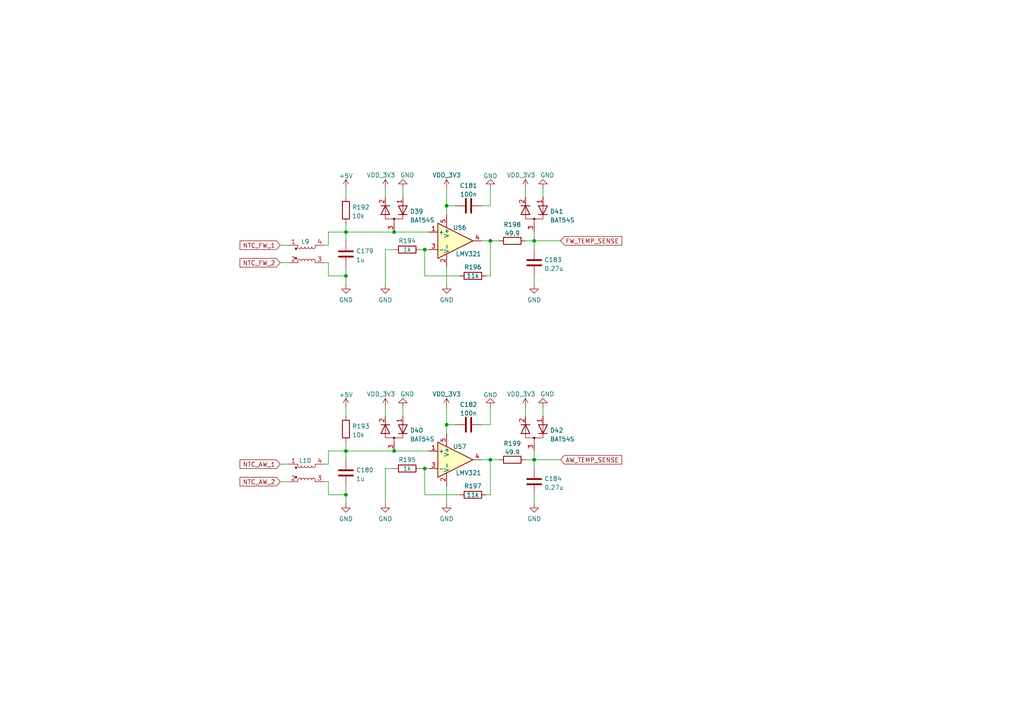
<source format=kicad_sch>
(kicad_sch (version 20211123) (generator eeschema)
  (paper "A4")
  (lib_symbols
    (symbol "Amplifier_Operational:LMV321" (pin_names (offset 0.127))
      (property "Reference" "U" (at 0 5.08 0))
      (property "Value" "LMV321" (at 0 -5.08 0))
      (symbol "LMV321_0_1"
        (polyline (pts (xy -5.08 5.08) (xy 5.08 0) (xy -5.08 -5.08) (xy -5.08 5.08)) (stroke (width 0.254)) (fill (type background)))
        (pin power_in line (at -2.54 -7.62 90) (length 3.81) (name "V-") (number "2"))
        (pin power_in line (at -2.54 7.62 270) (length 3.81) (name "V+") (number "5"))
      )
      (symbol "LMV321_1_1"
        (pin input line (at -7.62 2.54 0) (length 2.54) (name "+") (number "1"))
        (pin input line (at -7.62 -2.54 0) (length 2.54) (name "-") (number "3"))
        (pin output line (at 7.62 0 180) (length 2.54) (name "~") (number "4"))
      )
    )
    (symbol "Device:C" (pin_numbers hide) (pin_names (offset 0.254))
      (property "Reference" "C" (at 0.635 2.54 0))
      (property "Value" "C" (at 0.635 -2.54 0))
      (symbol "C_0_1"
        (polyline (pts (xy -2.032 -0.762) (xy 2.032 -0.762)) (stroke (width 0.508)))
        (polyline (pts (xy -2.032 0.762) (xy 2.032 0.762)) (stroke (width 0.508)))
      )
      (symbol "C_1_1"
        (pin passive line (at 0 3.81 270) (length 2.794) (name "~") (number "1"))
        (pin passive line (at 0 -3.81 90) (length 2.794) (name "~") (number "2"))
      )
    )
    (symbol "Device:D_Dual_Series_AKC_Parallel" (pin_names (offset 0.762) hide)
      (property "Reference" "D" (at 0 5.08 0))
      (property "Value" "D_Dual_Series_AKC_Parallel" (at 0 -5.08 0))
      (symbol "D_Dual_Series_AKC_Parallel_0_0"
        (polyline (pts (xy 0 -1.27) (xy 0 -3.81)) (stroke (width 0.254)))
        (polyline (pts (xy 2.54 3.81) (xy 2.54 1.27)) (stroke (width 0.254)))
      )
      (symbol "D_Dual_Series_AKC_Parallel_0_1"
        (circle (center -1.27 0) (radius 0.254) (fill (type outline)))
        (polyline (pts (xy -1.27 0) (xy -2.54 0)))
        (polyline (pts (xy 2.54 2.54) (xy -1.27 2.54) (xy -1.27 -2.54) (xy 2.54 -2.54)))
        (polyline (pts (xy 0 3.81) (xy 2.54 2.54) (xy 0 1.27) (xy 0 3.81) (xy 0 3.81) (xy 0 3.81)) (stroke (width 0.254)))
        (polyline (pts (xy 2.54 -1.27) (xy 0 -2.54) (xy 2.54 -3.81) (xy 2.54 -1.27) (xy 2.54 -1.27) (xy 2.54 -1.27)) (stroke (width 0.254)))
        (pin passive line (at 5.08 -2.54 180) (length 2.54) (name "K") (number "1"))
        (pin passive line (at 5.08 2.54 180) (length 2.54) (name "K") (number "2"))
        (pin passive line (at -5.08 0 0) (length 2.54) (name "A") (number "3"))
      )
    )
    (symbol "Device:L_Coupled_1423" (pin_names (offset 0.254) hide)
      (property "Reference" "L" (at 0 4.445 0))
      (property "Value" "L_Coupled_1423" (at 0 -4.445 0))
      (symbol "L_Coupled_1423_0_1"
        (circle (center -3.048 -1.27) (radius 0.254) (fill (type outline)))
        (circle (center -3.048 1.524) (radius 0.254) (fill (type outline)))
        (arc (start -2.54 2.032) (mid -2.032 1.524) (end -1.524 2.032))
        (arc (start -1.524 -2.032) (mid -2.032 -1.524) (end -2.54 -2.032))
        (arc (start -1.524 2.032) (mid -1.016 1.524) (end -0.508 2.032))
        (arc (start -0.508 -2.032) (mid -1.016 -1.524) (end -1.524 -2.032))
        (arc (start -0.508 2.032) (mid 0 1.524) (end 0.508 2.032))
        (polyline (pts (xy -2.54 -2.032) (xy -2.54 -2.54)))
        (polyline (pts (xy -2.54 2.032) (xy -2.54 2.54)))
        (polyline (pts (xy 2.54 -2.032) (xy 2.54 -2.54)))
        (polyline (pts (xy 2.54 2.54) (xy 2.54 2.032)))
        (arc (start 0.508 -2.032) (mid 0 -1.524) (end -0.508 -2.032))
        (arc (start 0.508 2.032) (mid 1.016 1.524) (end 1.524 2.032))
        (arc (start 1.524 -2.032) (mid 1.016 -1.524) (end 0.508 -2.032))
        (arc (start 1.524 2.032) (mid 2.032 1.524) (end 2.54 2.032))
        (arc (start 2.54 -2.032) (mid 2.032 -1.524) (end 1.524 -2.032))
      )
      (symbol "L_Coupled_1423_1_1"
        (pin passive line (at -5.08 2.54 0) (length 2.54) (name "1") (number "1"))
        (pin passive line (at -5.08 -2.54 0) (length 2.54) (name "2") (number "2"))
        (pin passive line (at 5.08 -2.54 180) (length 2.54) (name "3") (number "3"))
        (pin passive line (at 5.08 2.54 180) (length 2.54) (name "4") (number "4"))
      )
    )
    (symbol "Device:R" (pin_numbers hide) (pin_names (offset 0))
      (property "Reference" "R" (at 2.032 0 90))
      (property "Value" "R" (at 0 0 90))
      (symbol "R_0_1"
        (rectangle (start -1.016 -2.54) (end 1.016 2.54) (stroke (width 0.254)))
      )
      (symbol "R_1_1"
        (pin passive line (at 0 3.81 270) (length 1.27) (name "~") (number "1"))
        (pin passive line (at 0 -3.81 90) (length 1.27) (name "~") (number "2"))
      )
    )
    (symbol "Project_Library:VDD_3V3" (power) (pin_names (offset 0))
      (property "Value" "VDD_3V3" (at 0 3.81 0))
      (symbol "VDD_3V3_0_1"
        (polyline (pts (xy -0.762 1.27) (xy 0 2.54)))
        (polyline (pts (xy 0 0) (xy 0 2.54)))
        (polyline (pts (xy 0 2.54) (xy 0.762 1.27)))
      )
      (symbol "VDD_3V3_1_1"
        (pin power_in line (at 0 0 90) (length 0) hide (name "VDD_3V3") (number "1"))
      )
    )
    (symbol "power:+5V" (power) (pin_names (offset 0))
      (property "Value" "+5V" (at 0 3.556 0))
      (symbol "+5V_0_1"
        (polyline (pts (xy -0.762 1.27) (xy 0 2.54)))
        (polyline (pts (xy 0 0) (xy 0 2.54)))
        (polyline (pts (xy 0 2.54) (xy 0.762 1.27)))
      )
      (symbol "+5V_1_1"
        (pin power_in line (at 0 0 90) (length 0) hide (name "+5V") (number "1"))
      )
    )
    (symbol "power:GND" (power) (pin_names (offset 0))
      (property "Value" "GND" (at 0 -3.81 0))
      (symbol "GND_0_1"
        (polyline (pts (xy 0 0) (xy 0 -1.27) (xy 1.27 -1.27) (xy 0 -2.54) (xy -1.27 -1.27) (xy 0 -1.27)))
      )
      (symbol "GND_1_1"
        (pin power_in line (at 0 0 270) (length 0) hide (name "GND") (number "1"))
      )
    )
  )
  (junction (at 114.3 67.31))
  (junction (at 123.19 135.89))
  (junction (at 154.94 133.35))
  (junction (at 100.33 67.31))
  (junction (at 154.94 69.85))
  (junction (at 123.19 72.39))
  (junction (at 142.24 133.35))
  (junction (at 129.54 123.19))
  (junction (at 100.33 130.81))
  (junction (at 114.3 130.81))
  (junction (at 129.54 59.69))
  (junction (at 142.24 69.85))
  (junction (at 100.33 80.01))
  (junction (at 100.33 143.51))
  (wire (pts (xy 100.33 130.81) (xy 100.33 133.35)))
  (wire (pts (xy 154.94 130.81) (xy 154.94 133.35)))
  (wire (pts (xy 100.33 64.77) (xy 100.33 67.31)))
  (wire (pts (xy 95.25 130.81) (xy 100.33 130.81)))
  (wire (pts (xy 100.33 130.81) (xy 114.3 130.81)))
  (wire (pts (xy 139.7 123.19) (xy 142.24 123.19)))
  (wire (pts (xy 100.33 67.31) (xy 114.3 67.31)))
  (wire (pts (xy 100.33 54.61) (xy 100.33 57.15)))
  (wire (pts (xy 95.25 134.62) (xy 95.25 130.81)))
  (wire (pts (xy 100.33 82.55) (xy 100.33 80.01)))
  (wire (pts (xy 121.92 72.39) (xy 123.19 72.39)))
  (wire (pts (xy 111.76 54.61) (xy 111.76 57.15)))
  (wire (pts (xy 95.25 67.31) (xy 100.33 67.31)))
  (wire (pts (xy 154.94 67.31) (xy 154.94 69.85)))
  (wire (pts (xy 142.24 69.85) (xy 142.24 80.01)))
  (wire (pts (xy 123.19 72.39) (xy 124.46 72.39)))
  (wire (pts (xy 93.98 139.7) (xy 95.25 139.7)))
  (wire (pts (xy 157.48 54.61) (xy 157.48 57.15)))
  (wire (pts (xy 139.7 69.85) (xy 142.24 69.85)))
  (wire (pts (xy 100.33 118.11) (xy 100.33 120.65)))
  (wire (pts (xy 142.24 133.35) (xy 142.24 143.51)))
  (wire (pts (xy 81.28 71.12) (xy 83.82 71.12)))
  (wire (pts (xy 139.7 59.69) (xy 142.24 59.69)))
  (wire (pts (xy 114.3 135.89) (xy 111.76 135.89)))
  (wire (pts (xy 95.25 76.2) (xy 95.25 80.01)))
  (wire (pts (xy 132.08 59.69) (xy 129.54 59.69)))
  (wire (pts (xy 114.3 130.81) (xy 124.46 130.81)))
  (wire (pts (xy 139.7 133.35) (xy 142.24 133.35)))
  (wire (pts (xy 123.19 135.89) (xy 124.46 135.89)))
  (wire (pts (xy 95.25 139.7) (xy 95.25 143.51)))
  (wire (pts (xy 129.54 59.69) (xy 129.54 62.23)))
  (wire (pts (xy 95.25 80.01) (xy 100.33 80.01)))
  (wire (pts (xy 152.4 133.35) (xy 154.94 133.35)))
  (wire (pts (xy 154.94 143.51) (xy 154.94 146.05)))
  (wire (pts (xy 123.19 143.51) (xy 123.19 135.89)))
  (wire (pts (xy 111.76 72.39) (xy 111.76 82.55)))
  (wire (pts (xy 111.76 118.11) (xy 111.76 120.65)))
  (wire (pts (xy 100.33 128.27) (xy 100.33 130.81)))
  (wire (pts (xy 152.4 118.11) (xy 152.4 120.65)))
  (wire (pts (xy 81.28 76.2) (xy 83.82 76.2)))
  (wire (pts (xy 93.98 76.2) (xy 95.25 76.2)))
  (wire (pts (xy 129.54 54.61) (xy 129.54 59.69)))
  (wire (pts (xy 154.94 72.39) (xy 154.94 69.85)))
  (wire (pts (xy 152.4 69.85) (xy 154.94 69.85)))
  (wire (pts (xy 142.24 80.01) (xy 140.97 80.01)))
  (wire (pts (xy 123.19 80.01) (xy 123.19 72.39)))
  (wire (pts (xy 100.33 67.31) (xy 100.33 69.85)))
  (wire (pts (xy 133.35 143.51) (xy 123.19 143.51)))
  (wire (pts (xy 152.4 54.61) (xy 152.4 57.15)))
  (wire (pts (xy 129.54 77.47) (xy 129.54 82.55)))
  (wire (pts (xy 142.24 123.19) (xy 142.24 118.11)))
  (wire (pts (xy 142.24 133.35) (xy 144.78 133.35)))
  (wire (pts (xy 129.54 140.97) (xy 129.54 146.05)))
  (wire (pts (xy 133.35 80.01) (xy 123.19 80.01)))
  (wire (pts (xy 81.28 134.62) (xy 83.82 134.62)))
  (wire (pts (xy 142.24 69.85) (xy 144.78 69.85)))
  (wire (pts (xy 157.48 118.11) (xy 157.48 120.65)))
  (wire (pts (xy 121.92 135.89) (xy 123.19 135.89)))
  (wire (pts (xy 95.25 143.51) (xy 100.33 143.51)))
  (wire (pts (xy 93.98 134.62) (xy 95.25 134.62)))
  (wire (pts (xy 142.24 143.51) (xy 140.97 143.51)))
  (wire (pts (xy 81.28 139.7) (xy 83.82 139.7)))
  (wire (pts (xy 142.24 59.69) (xy 142.24 54.61)))
  (wire (pts (xy 154.94 133.35) (xy 162.56 133.35)))
  (wire (pts (xy 129.54 118.11) (xy 129.54 123.19)))
  (wire (pts (xy 114.3 72.39) (xy 111.76 72.39)))
  (wire (pts (xy 129.54 123.19) (xy 129.54 125.73)))
  (wire (pts (xy 95.25 71.12) (xy 95.25 67.31)))
  (wire (pts (xy 114.3 67.31) (xy 124.46 67.31)))
  (wire (pts (xy 100.33 77.47) (xy 100.33 80.01)))
  (wire (pts (xy 116.84 54.61) (xy 116.84 57.15)))
  (wire (pts (xy 132.08 123.19) (xy 129.54 123.19)))
  (wire (pts (xy 154.94 69.85) (xy 162.56 69.85)))
  (wire (pts (xy 154.94 135.89) (xy 154.94 133.35)))
  (wire (pts (xy 93.98 71.12) (xy 95.25 71.12)))
  (wire (pts (xy 111.76 135.89) (xy 111.76 146.05)))
  (wire (pts (xy 116.84 118.11) (xy 116.84 120.65)))
  (wire (pts (xy 154.94 80.01) (xy 154.94 82.55)))
  (wire (pts (xy 100.33 146.05) (xy 100.33 143.51)))
  (wire (pts (xy 100.33 140.97) (xy 100.33 143.51)))
  (global_label "FW_TEMP_SENSE" (shape input) (at 162.56 69.85 0) (property "Intersheet References" "${INTERSHEET_REFS}" (effects hide)))
  (global_label "NTC_AW_1" (shape input) (at 81.28 134.62 180) (property "Intersheet References" "${INTERSHEET_REFS}" (effects hide)))
  (global_label "NTC_FW_2" (shape input) (at 81.28 76.2 180) (property "Intersheet References" "${INTERSHEET_REFS}" (effects hide)))
  (global_label "NTC_AW_2" (shape input) (at 81.28 139.7 180) (property "Intersheet References" "${INTERSHEET_REFS}" (effects hide)))
  (global_label "AW_TEMP_SENSE" (shape input) (at 162.56 133.35 0) (property "Intersheet References" "${INTERSHEET_REFS}" (effects hide)))
  (global_label "NTC_FW_1" (shape input) (at 81.28 71.12 180) (property "Intersheet References" "${INTERSHEET_REFS}" (effects hide)))
  (symbol (lib_id "Project_Library:VDD_3V3") (at 129.54 118.11 0) (unit 1)
    (property "Reference" "#PWR0345" (effects hide))
    (property "Value" "VDD_3V3" (at 129.54 114.3 0))
  )
  (symbol (lib_id "Device:R") (at 148.59 133.35 90) (unit 1)
    (property "Reference" "R199" (at 148.59 128.6342 90))
    (property "Value" "49.9" (at 148.59 131.1711 90))
    (property "Footprint" "Resistor_SMD:R_0603_1608Metric" (effects hide))
  )
  (symbol (lib_id "Device:R") (at 137.16 80.01 90) (unit 1)
    (property "Reference" "R196" (at 137.16 77.47 90))
    (property "Value" "11k" (at 137.16 80.01 90))
    (property "Footprint" "Resistor_SMD:R_0603_1608Metric" (effects hide))
  )
  (symbol (lib_id "Device:C") (at 100.33 137.16 0) (unit 1)
    (property "Reference" "C180" (at 103.251 136.3253 0) (effects (justify left)))
    (property "Value" "1u" (at 103.251 138.8622 0) (effects (justify left)))
    (property "Footprint" "Capacitor_SMD:C_0603_1608Metric" (effects hide))
  )
  (symbol (lib_id "power:GND") (at 111.76 146.05 0) (unit 1)
    (property "Reference" "#PWR0340" (effects hide))
    (property "Value" "GND" (at 111.76 150.4934 0))
  )
  (symbol (lib_id "power:GND") (at 129.54 82.55 0) (unit 1)
    (property "Reference" "#PWR0344" (effects hide))
    (property "Value" "GND" (at 129.54 86.9934 0))
  )
  (symbol (lib_id "Amplifier_Operational:LMV321") (at 132.08 133.35 0) (unit 1)
    (property "Reference" "U57" (at 133.35 129.54 0))
    (property "Value" "LMV321" (at 135.89 137.16 0))
    (property "Footprint" "Package_TO_SOT_SMD:SOT-23-5" (effects hide))
    (property "Datasheet" "http://www.ti.com/lit/ds/symlink/lmv324.pdf" (effects hide))
  )
  (symbol (lib_id "power:GND") (at 111.76 82.55 0) (unit 1)
    (property "Reference" "#PWR0338" (effects hide))
    (property "Value" "GND" (at 111.76 86.9934 0))
  )
  (symbol (lib_id "Device:L_Coupled_1423") (at 88.9 73.66 0) (unit 1)
    (property "Reference" "L9" (at 88.519 70.0842 0))
    (property "Value" "DR331-513AE " (effects hide))
    (property "Footprint" "Project_Library:ACM2520-2P_TDK" (effects hide))
  )
  (symbol (lib_id "power:GND") (at 157.48 118.11 180) (unit 1)
    (property "Reference" "#PWR0354" (effects hide))
    (property "Value" "GND" (at 158.75 114.3 0))
  )
  (symbol (lib_id "power:GND") (at 157.48 54.61 180) (unit 1)
    (property "Reference" "#PWR0353" (effects hide))
    (property "Value" "GND" (at 158.75 50.8 0))
  )
  (symbol (lib_id "Device:D_Dual_Series_AKC_Parallel") (at 154.94 62.23 90) (unit 1)
    (property "Reference" "D41" (at 159.512 61.3318 90) (effects (justify right)))
    (property "Value" "BAT54S" (at 159.512 63.8687 90) (effects (justify right)))
    (property "Footprint" "Package_TO_SOT_SMD:SOT-23" (effects hide))
  )
  (symbol (lib_id "Device:D_Dual_Series_AKC_Parallel") (at 114.3 62.23 90) (unit 1)
    (property "Reference" "D39" (at 118.872 61.3318 90) (effects (justify right)))
    (property "Value" "BAT54S" (at 118.872 63.8687 90) (effects (justify right)))
    (property "Footprint" "Package_TO_SOT_SMD:SOT-23" (effects hide))
  )
  (symbol (lib_id "Project_Library:VDD_3V3") (at 152.4 54.61 0) (unit 1)
    (property "Reference" "#PWR0349" (effects hide))
    (property "Value" "VDD_3V3" (at 151.13 50.8 0))
  )
  (symbol (lib_id "Amplifier_Operational:LMV321") (at 132.08 69.85 0) (unit 1)
    (property "Reference" "U56" (at 133.35 66.04 0))
    (property "Value" "LMV321" (at 135.89 73.66 0))
    (property "Footprint" "Package_TO_SOT_SMD:SOT-23-5" (effects hide))
    (property "Datasheet" "http://www.ti.com/lit/ds/symlink/lmv324.pdf" (effects hide))
  )
  (symbol (lib_id "Project_Library:VDD_3V3") (at 111.76 54.61 0) (unit 1)
    (property "Reference" "#PWR0337" (effects hide))
    (property "Value" "VDD_3V3" (at 110.49 50.8 0))
  )
  (symbol (lib_id "Device:R") (at 137.16 143.51 90) (unit 1)
    (property "Reference" "R197" (at 137.16 140.97 90))
    (property "Value" "11k" (at 137.16 143.51 90))
    (property "Footprint" "Resistor_SMD:R_0603_1608Metric" (effects hide))
  )
  (symbol (lib_id "Project_Library:VDD_3V3") (at 111.76 118.11 0) (unit 1)
    (property "Reference" "#PWR0339" (effects hide))
    (property "Value" "VDD_3V3" (at 110.49 114.3 0))
  )
  (symbol (lib_id "Device:L_Coupled_1423") (at 88.9 137.16 0) (unit 1)
    (property "Reference" "L10" (at 88.519 133.5842 0))
    (property "Value" "DR331-513AE " (effects hide))
    (property "Footprint" "Project_Library:ACM2520-2P_TDK" (effects hide))
  )
  (symbol (lib_id "Device:R") (at 100.33 60.96 0) (unit 1)
    (property "Reference" "R192" (at 102.108 60.1253 0) (effects (justify left)))
    (property "Value" "10k" (at 102.108 62.6622 0) (effects (justify left)))
    (property "Footprint" "Resistor_SMD:R_0603_1608Metric" (effects hide))
  )
  (symbol (lib_id "power:GND") (at 100.33 146.05 0) (unit 1)
    (property "Reference" "#PWR0336" (effects hide))
    (property "Value" "GND" (at 100.33 150.4934 0))
  )
  (symbol (lib_id "Project_Library:VDD_3V3") (at 152.4 118.11 0) (unit 1)
    (property "Reference" "#PWR0350" (effects hide))
    (property "Value" "VDD_3V3" (at 151.13 114.3 0))
  )
  (symbol (lib_id "power:GND") (at 100.33 82.55 0) (unit 1)
    (property "Reference" "#PWR0334" (effects hide))
    (property "Value" "GND" (at 100.33 86.9934 0))
  )
  (symbol (lib_id "Device:R") (at 100.33 124.46 0) (unit 1)
    (property "Reference" "R193" (at 102.108 123.6253 0) (effects (justify left)))
    (property "Value" "10k" (at 102.108 126.1622 0) (effects (justify left)))
    (property "Footprint" "Resistor_SMD:R_0603_1608Metric" (effects hide))
  )
  (symbol (lib_id "power:GND") (at 116.84 54.61 180) (unit 1)
    (property "Reference" "#PWR0341" (effects hide))
    (property "Value" "GND" (at 118.11 50.8 0))
  )
  (symbol (lib_id "Device:R") (at 118.11 72.39 90) (unit 1)
    (property "Reference" "R194" (at 118.11 69.85 90))
    (property "Value" "1k" (at 118.11 72.39 90))
    (property "Footprint" "Resistor_SMD:R_0603_1608Metric" (effects hide))
  )
  (symbol (lib_id "Device:D_Dual_Series_AKC_Parallel") (at 154.94 125.73 90) (unit 1)
    (property "Reference" "D42" (at 159.512 124.8318 90) (effects (justify right)))
    (property "Value" "BAT54S" (at 159.512 127.3687 90) (effects (justify right)))
    (property "Footprint" "Package_TO_SOT_SMD:SOT-23" (effects hide))
  )
  (symbol (lib_id "power:+5V") (at 100.33 54.61 0) (unit 1)
    (property "Reference" "#PWR0333" (effects hide))
    (property "Value" "+5V" (at 100.33 51.0342 0))
  )
  (symbol (lib_id "Device:C") (at 154.94 139.7 0) (unit 1)
    (property "Reference" "C184" (at 157.861 138.8653 0) (effects (justify left)))
    (property "Value" "0.27u" (at 157.861 141.4022 0) (effects (justify left)))
    (property "Footprint" "Capacitor_SMD:C_0603_1608Metric" (effects hide))
  )
  (symbol (lib_id "Device:C") (at 100.33 73.66 0) (unit 1)
    (property "Reference" "C179" (at 103.251 72.8253 0) (effects (justify left)))
    (property "Value" "1u" (at 103.251 75.3622 0) (effects (justify left)))
    (property "Footprint" "Capacitor_SMD:C_0603_1608Metric" (effects hide))
  )
  (symbol (lib_id "power:GND") (at 154.94 146.05 0) (unit 1)
    (property "Reference" "#PWR0352" (effects hide))
    (property "Value" "GND" (at 154.94 150.4934 0))
  )
  (symbol (lib_id "Device:C") (at 154.94 76.2 0) (unit 1)
    (property "Reference" "C183" (at 157.861 75.3653 0) (effects (justify left)))
    (property "Value" "0.27u" (at 157.861 77.9022 0) (effects (justify left)))
    (property "Footprint" "Capacitor_SMD:C_0603_1608Metric" (effects hide))
  )
  (symbol (lib_id "power:GND") (at 116.84 118.11 180) (unit 1)
    (property "Reference" "#PWR0342" (effects hide))
    (property "Value" "GND" (at 118.11 114.3 0))
  )
  (symbol (lib_id "Device:D_Dual_Series_AKC_Parallel") (at 114.3 125.73 90) (unit 1)
    (property "Reference" "D40" (at 118.872 124.8318 90) (effects (justify right)))
    (property "Value" "BAT54S" (at 118.872 127.3687 90) (effects (justify right)))
    (property "Footprint" "Package_TO_SOT_SMD:SOT-23" (effects hide))
  )
  (symbol (lib_id "Device:R") (at 118.11 135.89 90) (unit 1)
    (property "Reference" "R195" (at 118.11 133.35 90))
    (property "Value" "1k" (at 118.11 135.89 90))
    (property "Footprint" "Resistor_SMD:R_0603_1608Metric" (effects hide))
  )
  (symbol (lib_id "power:GND") (at 129.54 146.05 0) (unit 1)
    (property "Reference" "#PWR0346" (effects hide))
    (property "Value" "GND" (at 129.54 150.4934 0))
  )
  (symbol (lib_id "Project_Library:VDD_3V3") (at 129.54 54.61 0) (unit 1)
    (property "Reference" "#PWR0343" (effects hide))
    (property "Value" "VDD_3V3" (at 129.54 50.8 0))
  )
  (symbol (lib_id "power:GND") (at 142.24 54.61 180) (unit 1)
    (property "Reference" "#PWR0347" (effects hide))
    (property "Value" "GND" (at 142.24 51.0342 0))
  )
  (symbol (lib_id "power:GND") (at 142.24 118.11 180) (unit 1)
    (property "Reference" "#PWR0348" (effects hide))
    (property "Value" "GND" (at 142.24 114.5342 0))
  )
  (symbol (lib_id "Device:C") (at 135.89 123.19 90) (unit 1)
    (property "Reference" "C182" (at 135.89 117.3312 90))
    (property "Value" "100n" (at 135.89 119.8681 90))
    (property "Footprint" "Capacitor_SMD:C_0603_1608Metric" (effects hide))
  )
  (symbol (lib_id "power:GND") (at 154.94 82.55 0) (unit 1)
    (property "Reference" "#PWR0351" (effects hide))
    (property "Value" "GND" (at 154.94 86.9934 0))
  )
  (symbol (lib_id "Device:R") (at 148.59 69.85 90) (unit 1)
    (property "Reference" "R198" (at 148.59 65.1342 90))
    (property "Value" "49.9" (at 148.59 67.6711 90))
    (property "Footprint" "Resistor_SMD:R_0603_1608Metric" (effects hide))
  )
  (symbol (lib_id "power:+5V") (at 100.33 118.11 0) (unit 1)
    (property "Reference" "#PWR0335" (effects hide))
    (property "Value" "+5V" (at 100.33 114.5342 0))
  )
  (symbol (lib_id "Device:C") (at 135.89 59.69 90) (unit 1)
    (property "Reference" "C181" (at 135.89 53.8312 90))
    (property "Value" "100n" (at 135.89 56.3681 90))
    (property "Footprint" "Capacitor_SMD:C_0603_1608Metric" (effects hide))
  )
)
</source>
